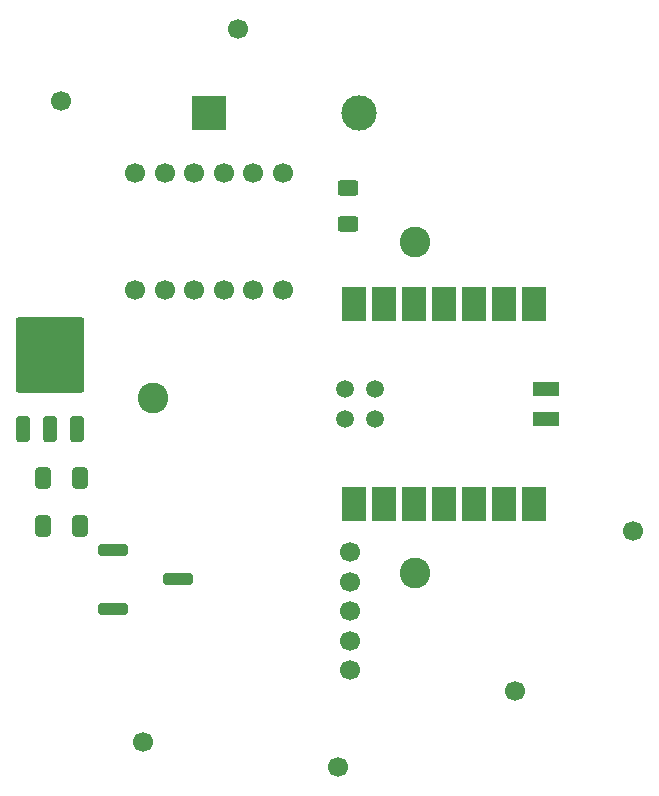
<source format=gts>
%TF.GenerationSoftware,KiCad,Pcbnew,7.0.1*%
%TF.CreationDate,2023-05-12T08:34:11-04:00*%
%TF.ProjectId,digital_compass,64696769-7461-46c5-9f63-6f6d70617373,rev?*%
%TF.SameCoordinates,Original*%
%TF.FileFunction,Soldermask,Top*%
%TF.FilePolarity,Negative*%
%FSLAX46Y46*%
G04 Gerber Fmt 4.6, Leading zero omitted, Abs format (unit mm)*
G04 Created by KiCad (PCBNEW 7.0.1) date 2023-05-12 08:34:11*
%MOMM*%
%LPD*%
G01*
G04 APERTURE LIST*
G04 Aperture macros list*
%AMRoundRect*
0 Rectangle with rounded corners*
0 $1 Rounding radius*
0 $2 $3 $4 $5 $6 $7 $8 $9 X,Y pos of 4 corners*
0 Add a 4 corners polygon primitive as box body*
4,1,4,$2,$3,$4,$5,$6,$7,$8,$9,$2,$3,0*
0 Add four circle primitives for the rounded corners*
1,1,$1+$1,$2,$3*
1,1,$1+$1,$4,$5*
1,1,$1+$1,$6,$7*
1,1,$1+$1,$8,$9*
0 Add four rect primitives between the rounded corners*
20,1,$1+$1,$2,$3,$4,$5,0*
20,1,$1+$1,$4,$5,$6,$7,0*
20,1,$1+$1,$6,$7,$8,$9,0*
20,1,$1+$1,$8,$9,$2,$3,0*%
G04 Aperture macros list end*
%ADD10RoundRect,0.250000X0.625000X-0.400000X0.625000X0.400000X-0.625000X0.400000X-0.625000X-0.400000X0*%
%ADD11RoundRect,0.250000X0.350000X-0.850000X0.350000X0.850000X-0.350000X0.850000X-0.350000X-0.850000X0*%
%ADD12RoundRect,0.249997X2.650003X-2.950003X2.650003X2.950003X-2.650003X2.950003X-2.650003X-2.950003X0*%
%ADD13RoundRect,0.250000X-0.412500X-0.650000X0.412500X-0.650000X0.412500X0.650000X-0.412500X0.650000X0*%
%ADD14R,2.000000X3.000000*%
%ADD15C,1.500000*%
%ADD16R,2.300000X1.300000*%
%ADD17RoundRect,0.250000X-1.000000X0.250000X-1.000000X-0.250000X1.000000X-0.250000X1.000000X0.250000X0*%
%ADD18C,1.700000*%
%ADD19C,2.600000*%
%ADD20R,3.000000X3.000000*%
%ADD21C,3.000000*%
G04 APERTURE END LIST*
D10*
%TO.C,R1*%
X105300000Y-85250000D03*
X105300000Y-82150000D03*
%TD*%
D11*
%TO.C,U1*%
X77820000Y-102600000D03*
X80100000Y-102600000D03*
D12*
X80100000Y-96300000D03*
D11*
X82380000Y-102600000D03*
%TD*%
D13*
%TO.C,C1*%
X79537500Y-106700000D03*
X82662500Y-106700000D03*
%TD*%
D14*
%TO.C,U2*%
X105880000Y-108970000D03*
X108420000Y-108970000D03*
X110960000Y-108970000D03*
X113500000Y-108970000D03*
X116040000Y-108970000D03*
X118580000Y-108970000D03*
X121120000Y-108970000D03*
X121120000Y-91970000D03*
X118580000Y-91970000D03*
X116040000Y-91970000D03*
X113500000Y-91970000D03*
X110960000Y-91970000D03*
X108420000Y-91970000D03*
X105880000Y-91970000D03*
D15*
X105110000Y-101740000D03*
X105110000Y-99200000D03*
X107650000Y-101740000D03*
X107650000Y-99200000D03*
D16*
X122100000Y-101740000D03*
X122100000Y-99200000D03*
%TD*%
D17*
%TO.C,SW1*%
X85450000Y-112800000D03*
X90950000Y-115300000D03*
X85450000Y-117800000D03*
%TD*%
D18*
%TO.C,U3*%
X87300000Y-90800000D03*
X89800000Y-90800000D03*
X92300000Y-90800000D03*
X94800000Y-90800000D03*
X97300000Y-90800000D03*
X99800000Y-90800000D03*
X99800000Y-80900000D03*
X97300000Y-80900000D03*
X94800000Y-80900000D03*
X92300000Y-80900000D03*
X89800000Y-80900000D03*
X87300000Y-80900000D03*
%TD*%
D13*
%TO.C,C2*%
X79537500Y-110800000D03*
X82662500Y-110800000D03*
%TD*%
D18*
%TO.C,U5*%
X88000000Y-129100000D03*
X104500000Y-131200000D03*
X96000000Y-68700000D03*
X81000000Y-74800000D03*
X119500000Y-124800000D03*
X129500000Y-111200000D03*
%TD*%
%TO.C,U4*%
X105500000Y-123000000D03*
X105500000Y-120500000D03*
X105500000Y-118000000D03*
X105500000Y-115500000D03*
X105500000Y-113000000D03*
%TD*%
D19*
%TO.C,BT1*%
X111000000Y-114750000D03*
X88800000Y-100000000D03*
X111000000Y-86750000D03*
D20*
X93550000Y-75850000D03*
D21*
X106250000Y-75850000D03*
%TD*%
M02*

</source>
